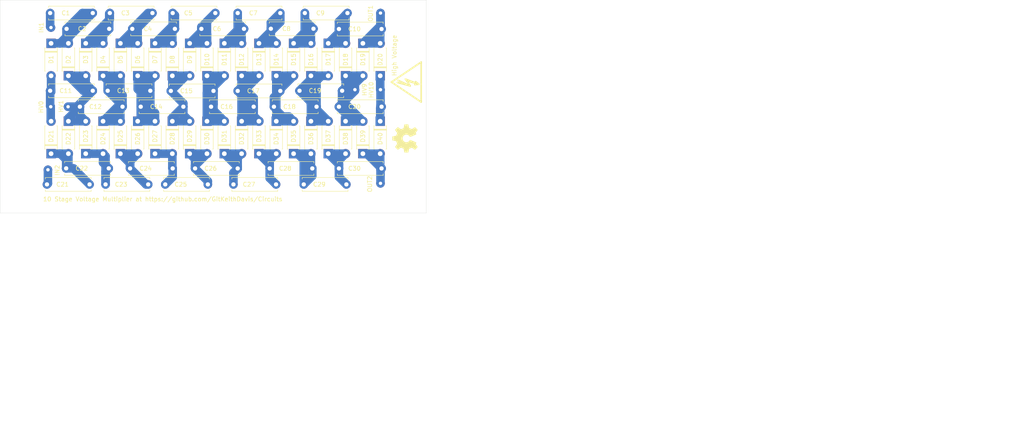
<source format=kicad_pcb>
(kicad_pcb (version 20171130) (host pcbnew 5.1.4-e60b266~84~ubuntu16.04.1)
  (title_block (title "10 stage voltage multiplier. 10p caps. 2 panels.") (date 2019-10-08) (company "Keith Davis") (comment 1 "Open Source Hardware under CERN OHL v1.2") (comment 2 "Danger: High Voltage"))
  (layers (0 F.Cu signal) (31 B.Cu signal) (34 B.Paste user) (35 F.Paste user) (36 B.SilkS user) (37 F.SilkS user) (38 B.Mask user) (39 F.Mask user) (44 Edge.Cuts user))
  (net 0 "")
  (net 1 "Net-(C1-Pad1)")
  (net 2 "Net-(C2-Pad1)")
  (net 3 "Net-(C3-Pad1)")
  (net 4 "Net-(C4-Pad1)")
  (net 5 "Net-(C5-Pad1)")
  (net 6 "Net-(C6-Pad1)")
  (net 7 "Net-(C7-Pad1)")
  (net 8 "Net-(C8-Pad1)")
  (net 9 "Net-(C10-Pad2)")
  (net 10 "Net-(C12-Pad1)")
  (net 11 "Net-(C13-Pad1)")
  (net 12 "Net-(C14-Pad1)")
  (net 13 "Net-(C15-Pad1)")
  (net 14 "Net-(C16-Pad1)")
  (net 15 "Net-(C17-Pad1)")
  (net 16 "Net-(C18-Pad1)")
  (net 17 "Net-(C21-Pad1)")
  (net 18 "Net-(C22-Pad1)")
  (net 19 "Net-(C23-Pad1)")
  (net 20 "Net-(C24-Pad1)")
  (net 21 "Net-(C25-Pad1)")
  (net 22 "Net-(C26-Pad1)")
  (net 23 "Net-(C27-Pad1)")
  (net 24 "Net-(C28-Pad1)")
  (net 25 "Net-(C29-Pad1)")
  (net 26 /multiplier/IN1)
  (net 27 /multiplier/OUT1)
  (net 28 /multiplier/HV0)
  (net 29 /multiplier/HV9)
  (net 30 /multiplier/HV10)
  (net 31 /multiplier/IN2)
  (net 32 /multiplier/OUT2)
  (net 33 /multiplier/HV1)
  (module custom:Symbol_HighVoltage_Type2_FSilk_Small (layer F.Cu) (at 146 69.25 90)
    (fp_text reference "High Voltage" (at 6.25 -3.5 90) (layer F.SilkS))
    (fp_text value Symbol_HighVoltage_Type2_FSilk_Small hide)
  )
  (module Symbol:OSHW-Symbol_6.7x6mm_SilkScreen (layer F.Cu) (at 145 82.5 90)
    (fp_text reference REF** hide)
    (fp_text value OSHW-Symbol_6.7x6mm_SilkScreen hide)
  )
  (module MountingHole:MountingHole_2.2mm_M2_ISO7380 (layer F.Cu) (at 55 75)
    (fp_text reference REF** hide)
    (fp_text value MountingHole_2.2mm_M2_ISO7380 hide)
    (pad 1 np_thru_hole circle (at 0 0) (size 2.2 2.2) (drill 2.2) (layers *.Cu *.Mask))
  )
  (module "" (layer F.Cu) (at 55 76)
    (fp_text reference "" (at 145 75) (layer F.SilkS) (effects (font (size 1.27 1.27))))
    (fp_text value "" (at 145 75) (layer F.SilkS) (effects (font (size 1.27 1.27))))
  )
  (module "" (layer F.Cu) (at 145 75)
    (fp_text reference "" (at 145 75) (layer F.SilkS) (effects (font (size 1.27 1.27))))
    (fp_text value "" (at 145 75) (layer F.SilkS) (effects (font (size 1.27 1.27))))
  )
  (module "" (layer F.Cu) (at 55 74)
    (fp_text reference "" (at 145 75) (layer F.SilkS) (effects (font (size 1.27 1.27))))
    (fp_text value "" (at 145 75) (layer F.SilkS) (effects (font (size 1.27 1.27))))
  )
  (module "" (layer F.Cu) (at 145 75)
    (fp_text reference "" (at 145 75) (layer F.SilkS) (effects (font (size 1.27 1.27))))
    (fp_text value "" (at 145 75) (layer F.SilkS) (effects (font (size 1.27 1.27))))
  )
  (module MountingHole:MountingHole_2.2mm_M2_ISO7380 (layer F.Cu) (at 145 75)
    (fp_text reference REF** hide)
    (fp_text value MountingHole_2.2mm_M2_ISO7380 hide)
    (pad 1 np_thru_hole circle (at 0 0) (size 2.2 2.2) (drill 2.2) (layers *.Cu *.Mask))
  )
  (module MountingHole:MountingHole_3.2mm_M3 (layer F.Cu) (at 55 95)
    (fp_text reference REF** hide)
    (fp_text value MountingHole_3.2mm_M3 hide)
    (pad 1 np_thru_hole circle (at 0 0) (size 3.2 3.2) (drill 3.2) (layers *.Cu *.Mask))
  )
  (module MountingHole:MountingHole_3.2mm_M3 (layer F.Cu) (at 145 95)
    (fp_text reference REF** hide)
    (fp_text value MountingHole_3.2mm_M3 hide)
    (pad 1 np_thru_hole circle (at 0 0) (size 3.2 3.2) (drill 3.2) (layers *.Cu *.Mask))
  )
  (module MountingHole:MountingHole_3.2mm_M3 (layer F.Cu) (at 145 55)
    (fp_text reference REF** hide)
    (fp_text value MountingHole_3.2mm_M3 hide)
    (pad 1 np_thru_hole circle (at 0 0) (size 3.2 3.2) (drill 3.2) (layers *.Cu *.Mask))
  )
  (module MountingHole:MountingHole_3.2mm_M3 (layer F.Cu) (at 55 55)
    (fp_text reference REF** hide)
    (fp_text value MountingHole_3.2mm_M3 hide)
    (pad 1 np_thru_hole circle (at 0 0) (size 3.2 3.2) (drill 3.2) (layers *.Cu *.Mask))
  )
  (module Connector_Wire:SolderWirePad_1x01_Drill0.8mm (layer F.Cu) (at 65.9438 75.0404 90)
    (fp_text reference HV1 (at 0.0762 -1.651 90) (layer F.SilkS))
    (fp_text value Conn_01x01 hide)
    (pad 1 thru_hole circle (at 0 0 90) (size 1.99898 1.99898) (drill 0.8001) (layers *.Cu *.Mask) (net 33 /multiplier/HV1))
  )
  (module Connector_Wire:SolderWirePad_1x01_Drill0.8mm (layer F.Cu) (at 61.2194 89.8486)
    (fp_text reference IN2 (at 2.2098 0.127 270) (layer F.SilkS))
    (fp_text value Conn_01x01 hide)
    (pad 1 thru_hole circle (at 0 0) (size 1.99898 1.99898) (drill 0.8001) (layers *.Cu *.Mask) (net 31 /multiplier/IN2))
  )
  (module Connector_Wire:SolderWirePad_1x01_Drill0.8mm (layer F.Cu) (at 61.9306 56.4476)
    (fp_text reference IN1 (at -2.2606 0 90) (layer F.SilkS))
    (fp_text value Conn_01x01 hide)
    (pad 1 thru_hole circle (at 0 0) (size 1.99898 1.99898) (drill 0.8001) (layers *.Cu *.Mask) (net 26 /multiplier/IN1))
  )
  (module Connector_Wire:SolderWirePad_1x01_Drill0.8mm (layer F.Cu) (at 133.24 71.04)
    (fp_text reference HV9 (at 2.25 0 90) (layer F.SilkS))
    (fp_text value Conn_01x01 hide)
    (pad 1 thru_hole circle (at 0 0) (size 1.99898 1.99898) (drill 0.8001) (layers *.Cu *.Mask) (net 29 /multiplier/HV9))
  )
  (module Connector_Wire:SolderWirePad_1x01_Drill0.8mm (layer F.Cu) (at 139.24 53.04)
    (fp_text reference OUT1 (at -2.3286 0.0802 90) (layer F.SilkS))
    (fp_text value Conn_01x01 hide)
    (pad 1 thru_hole circle (at 0 0) (size 1.99898 1.99898) (drill 0.8001) (layers *.Cu *.Mask) (net 27 /multiplier/OUT1))
  )
  (module Connector_Wire:SolderWirePad_1x01_Drill0.8mm (layer F.Cu) (at 61.8798 75.0404 180)
    (fp_text reference HV0 (at 2.2774 -0.0798 90) (layer F.SilkS))
    (fp_text value Conn_01x01 hide)
    (pad 1 thru_hole circle (at 0 0 180) (size 1.99898 1.99898) (drill 0.8001) (layers *.Cu *.Mask) (net 28 /multiplier/HV0))
  )
  (module Connector_Wire:SolderWirePad_1x01_Drill0.8mm (layer F.Cu) (at 139.24 93.04)
    (fp_text reference OUT2 (at -2.5064 0.1614 90) (layer F.SilkS))
    (fp_text value Conn_01x01 hide)
    (pad 1 thru_hole circle (at 0 0) (size 1.99898 1.99898) (drill 0.8001) (layers *.Cu *.Mask) (net 32 /multiplier/OUT2))
  )
  (module Connector_Wire:SolderWirePad_1x01_Drill0.8mm (layer F.Cu) (at 139.24 71.04)
    (fp_text reference HV10 (at -2.1762 0.0634 90) (layer F.SilkS))
    (fp_text value Conn_01x01 hide)
    (pad 1 thru_hole circle (at 0 0) (size 1.99898 1.99898) (drill 0.8001) (layers *.Cu *.Mask) (net 30 /multiplier/HV10))
  )
  (module custom:C_Disc_D10.5mm_W2.5mm_P10.00mm (layer F.Cu) (at 139.49 89.54 180)
    (fp_text reference C30 (at 6.35 0) (layer F.SilkS))
    (fp_text value 10n hide)
    (pad 2 thru_hole circle (at 10 0 180) (size 2 2) (drill 1) (layers *.Cu *.Mask) (net 25 "Net-(C29-Pad1)"))
    (pad 1 thru_hole circle (at 0 0 180) (size 2 2) (drill 1) (layers *.Cu *.Mask) (net 32 /multiplier/OUT2))
  )
  (module custom:C_Disc_D10.5mm_W2.5mm_P10.00mm (layer F.Cu) (at 131.24 93.29 180)
    (fp_text reference C29 (at 6.35 0) (layer F.SilkS))
    (fp_text value 10n hide)
    (pad 2 thru_hole circle (at 10 0 180) (size 2 2) (drill 1) (layers *.Cu *.Mask) (net 24 "Net-(C28-Pad1)"))
    (pad 1 thru_hole circle (at 0 0 180) (size 2 2) (drill 1) (layers *.Cu *.Mask) (net 25 "Net-(C29-Pad1)"))
  )
  (module custom:C_Disc_D10.5mm_W2.5mm_P10.00mm (layer F.Cu) (at 123.24 89.54 180)
    (fp_text reference C28 (at 6.35 0) (layer F.SilkS))
    (fp_text value 10n hide)
    (pad 2 thru_hole circle (at 10 0 180) (size 2 2) (drill 1) (layers *.Cu *.Mask) (net 23 "Net-(C27-Pad1)"))
    (pad 1 thru_hole circle (at 0 0 180) (size 2 2) (drill 1) (layers *.Cu *.Mask) (net 24 "Net-(C28-Pad1)"))
  )
  (module custom:C_Disc_D10.5mm_W2.5mm_P10.00mm (layer F.Cu) (at 114.74 93.29 180)
    (fp_text reference C27 (at 6.35 0) (layer F.SilkS))
    (fp_text value 10n hide)
    (pad 2 thru_hole circle (at 10 0 180) (size 2 2) (drill 1) (layers *.Cu *.Mask) (net 22 "Net-(C26-Pad1)"))
    (pad 1 thru_hole circle (at 0 0 180) (size 2 2) (drill 1) (layers *.Cu *.Mask) (net 23 "Net-(C27-Pad1)"))
  )
  (module custom:C_Disc_D10.5mm_W2.5mm_P10.00mm (layer F.Cu) (at 105.74 89.54 180)
    (fp_text reference C26 (at 6.35 0) (layer F.SilkS))
    (fp_text value 10n hide)
    (pad 2 thru_hole circle (at 10 0 180) (size 2 2) (drill 1) (layers *.Cu *.Mask) (net 21 "Net-(C25-Pad1)"))
    (pad 1 thru_hole circle (at 0 0 180) (size 2 2) (drill 1) (layers *.Cu *.Mask) (net 22 "Net-(C26-Pad1)"))
  )
  (module custom:C_Disc_D10.5mm_W2.5mm_P10.00mm (layer F.Cu) (at 98.74 93.29 180)
    (fp_text reference C25 (at 6.35 0) (layer F.SilkS))
    (fp_text value 10n hide)
    (pad 2 thru_hole circle (at 10 0 180) (size 2 2) (drill 1) (layers *.Cu *.Mask) (net 20 "Net-(C24-Pad1)"))
    (pad 1 thru_hole circle (at 0 0 180) (size 2 2) (drill 1) (layers *.Cu *.Mask) (net 21 "Net-(C25-Pad1)"))
  )
  (module custom:C_Disc_D10.5mm_W2.5mm_P10.00mm (layer F.Cu) (at 90.49 89.54 180)
    (fp_text reference C24 (at 6.35 0) (layer F.SilkS))
    (fp_text value 10n hide)
    (pad 2 thru_hole circle (at 10 0 180) (size 2 2) (drill 1) (layers *.Cu *.Mask) (net 19 "Net-(C23-Pad1)"))
    (pad 1 thru_hole circle (at 0 0 180) (size 2 2) (drill 1) (layers *.Cu *.Mask) (net 20 "Net-(C24-Pad1)"))
  )
  (module custom:C_Disc_D10.5mm_W2.5mm_P10.00mm (layer F.Cu) (at 84.74 93.29 180)
    (fp_text reference C23 (at 6.35 0) (layer F.SilkS))
    (fp_text value 10n hide)
    (pad 2 thru_hole circle (at 10 0 180) (size 2 2) (drill 1) (layers *.Cu *.Mask) (net 18 "Net-(C22-Pad1)"))
    (pad 1 thru_hole circle (at 0 0 180) (size 2 2) (drill 1) (layers *.Cu *.Mask) (net 19 "Net-(C23-Pad1)"))
  )
  (module custom:C_Disc_D10.5mm_W2.5mm_P10.00mm (layer F.Cu) (at 75.4942 89.5184 180)
    (fp_text reference C22 (at 6.35 0) (layer F.SilkS))
    (fp_text value 10n hide)
    (pad 2 thru_hole circle (at 10 0 180) (size 2 2) (drill 1) (layers *.Cu *.Mask) (net 17 "Net-(C21-Pad1)"))
    (pad 1 thru_hole circle (at 0 0 180) (size 2 2) (drill 1) (layers *.Cu *.Mask) (net 18 "Net-(C22-Pad1)"))
  )
  (module custom:C_Disc_D10.5mm_W2.5mm_P10.00mm (layer F.Cu) (at 70.99 93.29 180)
    (fp_text reference C21 (at 6.35 0) (layer F.SilkS))
    (fp_text value 10n hide)
    (pad 2 thru_hole circle (at 10 0 180) (size 2 2) (drill 1) (layers *.Cu *.Mask) (net 31 /multiplier/IN2))
    (pad 1 thru_hole circle (at 0 0 180) (size 2 2) (drill 1) (layers *.Cu *.Mask) (net 17 "Net-(C21-Pad1)"))
  )
  (module custom:C_Disc_D10.5mm_W2.5mm_P10.00mm (layer F.Cu) (at 139.49 75.04 180)
    (fp_text reference C20 (at 6.35 0) (layer F.SilkS))
    (fp_text value 10n hide)
    (pad 2 thru_hole circle (at 10 0 180) (size 2 2) (drill 1) (layers *.Cu *.Mask) (net 29 /multiplier/HV9))
    (pad 1 thru_hole circle (at 0 0 180) (size 2 2) (drill 1) (layers *.Cu *.Mask) (net 30 /multiplier/HV10))
  )
  (module custom:C_Disc_D10.5mm_W2.5mm_P10.00mm (layer F.Cu) (at 130.24 71.29 180)
    (fp_text reference C19 (at 6.35 0) (layer F.SilkS))
    (fp_text value 10n hide)
    (pad 2 thru_hole circle (at 10 0 180) (size 2 2) (drill 1) (layers *.Cu *.Mask) (net 16 "Net-(C18-Pad1)"))
    (pad 1 thru_hole circle (at 0 0 180) (size 2 2) (drill 1) (layers *.Cu *.Mask) (net 29 /multiplier/HV9))
  )
  (module custom:C_Disc_D10.5mm_W2.5mm_P10.00mm (layer F.Cu) (at 124.24 75.04 180)
    (fp_text reference C18 (at 6.35 0) (layer F.SilkS))
    (fp_text value 10n hide)
    (pad 2 thru_hole circle (at 10 0 180) (size 2 2) (drill 1) (layers *.Cu *.Mask) (net 15 "Net-(C17-Pad1)"))
    (pad 1 thru_hole circle (at 0 0 180) (size 2 2) (drill 1) (layers *.Cu *.Mask) (net 16 "Net-(C18-Pad1)"))
  )
  (module custom:C_Disc_D10.5mm_W2.5mm_P10.00mm (layer F.Cu) (at 115.74 71.332 180)
    (fp_text reference C17 (at 6.35 0) (layer F.SilkS))
    (fp_text value 10n hide)
    (pad 2 thru_hole circle (at 10 0 180) (size 2 2) (drill 1) (layers *.Cu *.Mask) (net 14 "Net-(C16-Pad1)"))
    (pad 1 thru_hole circle (at 0 0 180) (size 2 2) (drill 1) (layers *.Cu *.Mask) (net 15 "Net-(C17-Pad1)"))
  )
  (module custom:C_Disc_D10.5mm_W2.5mm_P10.00mm (layer F.Cu) (at 109.49 75.04 180)
    (fp_text reference C16 (at 6.35 0) (layer F.SilkS))
    (fp_text value 10n hide)
    (pad 2 thru_hole circle (at 10 0 180) (size 2 2) (drill 1) (layers *.Cu *.Mask) (net 13 "Net-(C15-Pad1)"))
    (pad 1 thru_hole circle (at 0 0 180) (size 2 2) (drill 1) (layers *.Cu *.Mask) (net 14 "Net-(C16-Pad1)"))
  )
  (module custom:C_Disc_D10.5mm_W2.5mm_P10.00mm (layer F.Cu) (at 100.056 71.332 180)
    (fp_text reference C15 (at 6.35 0) (layer F.SilkS))
    (fp_text value 10n hide)
    (pad 2 thru_hole circle (at 10 0 180) (size 2 2) (drill 1) (layers *.Cu *.Mask) (net 12 "Net-(C14-Pad1)"))
    (pad 1 thru_hole circle (at 0 0 180) (size 2 2) (drill 1) (layers *.Cu *.Mask) (net 13 "Net-(C15-Pad1)"))
  )
  (module custom:C_Disc_D10.5mm_W2.5mm_P10.00mm (layer F.Cu) (at 92.99 75.04 180)
    (fp_text reference C14 (at 6.35 0) (layer F.SilkS))
    (fp_text value 10n hide)
    (pad 2 thru_hole circle (at 10 0 180) (size 2 2) (drill 1) (layers *.Cu *.Mask) (net 11 "Net-(C13-Pad1)"))
    (pad 1 thru_hole circle (at 0 0 180) (size 2 2) (drill 1) (layers *.Cu *.Mask) (net 12 "Net-(C14-Pad1)"))
  )
  (module custom:C_Disc_D10.5mm_W2.5mm_P10.00mm (layer F.Cu) (at 85.24 71.29 180)
    (fp_text reference C13 (at 6.35 0) (layer F.SilkS))
    (fp_text value 10n hide)
    (pad 2 thru_hole circle (at 10 0 180) (size 2 2) (drill 1) (layers *.Cu *.Mask) (net 10 "Net-(C12-Pad1)"))
    (pad 1 thru_hole circle (at 0 0 180) (size 2 2) (drill 1) (layers *.Cu *.Mask) (net 11 "Net-(C13-Pad1)"))
  )
  (module custom:C_Disc_D10.5mm_W2.5mm_P10.00mm (layer F.Cu) (at 78.72 75.0404 180)
    (fp_text reference C12 (at 6.35 0) (layer F.SilkS))
    (fp_text value 10n hide)
    (pad 2 thru_hole circle (at 10 0 180) (size 2 2) (drill 1) (layers *.Cu *.Mask) (net 33 /multiplier/HV1))
    (pad 1 thru_hole circle (at 0 0 180) (size 2 2) (drill 1) (layers *.Cu *.Mask) (net 10 "Net-(C12-Pad1)"))
  )
  (module custom:C_Disc_D10.5mm_W2.5mm_P10.00mm (layer F.Cu) (at 71.74 71.29 180)
    (fp_text reference C11 (at 6.35 0) (layer F.SilkS))
    (fp_text value 10n hide)
    (pad 2 thru_hole circle (at 10 0 180) (size 2 2) (drill 1) (layers *.Cu *.Mask) (net 28 /multiplier/HV0))
    (pad 1 thru_hole circle (at 0 0 180) (size 2 2) (drill 1) (layers *.Cu *.Mask) (net 33 /multiplier/HV1))
  )
  (module custom:C_Disc_D10.5mm_W2.5mm_P10.00mm (layer F.Cu) (at 139.49 56.79 180)
    (fp_text reference C10 (at 6.35 0) (layer F.SilkS))
    (fp_text value 10n hide)
    (pad 2 thru_hole circle (at 10 0 180) (size 2 2) (drill 1) (layers *.Cu *.Mask) (net 9 "Net-(C10-Pad2)"))
    (pad 1 thru_hole circle (at 0 0 180) (size 2 2) (drill 1) (layers *.Cu *.Mask) (net 27 /multiplier/OUT1))
  )
  (module custom:C_Disc_D10.5mm_W2.5mm_P10.00mm (layer F.Cu) (at 131.49 53.04 180)
    (fp_text reference C9 (at 6.35 0) (layer F.SilkS))
    (fp_text value 10n hide)
    (pad 2 thru_hole circle (at 10 0 180) (size 2 2) (drill 1) (layers *.Cu *.Mask) (net 8 "Net-(C8-Pad1)"))
    (pad 1 thru_hole circle (at 0 0 180) (size 2 2) (drill 1) (layers *.Cu *.Mask) (net 9 "Net-(C10-Pad2)"))
  )
  (module custom:C_Disc_D10.5mm_W2.5mm_P10.00mm (layer F.Cu) (at 123.518 56.727 180)
    (fp_text reference C8 (at 6.35 0) (layer F.SilkS))
    (fp_text value 10n hide)
    (pad 2 thru_hole circle (at 10 0 180) (size 2 2) (drill 1) (layers *.Cu *.Mask) (net 7 "Net-(C7-Pad1)"))
    (pad 1 thru_hole circle (at 0 0 180) (size 2 2) (drill 1) (layers *.Cu *.Mask) (net 8 "Net-(C8-Pad1)"))
  )
  (module custom:C_Disc_D10.5mm_W2.5mm_P10.00mm (layer F.Cu) (at 115.74 53.04 180)
    (fp_text reference C7 (at 6.35 0) (layer F.SilkS))
    (fp_text value 10n hide)
    (pad 2 thru_hole circle (at 10 0 180) (size 2 2) (drill 1) (layers *.Cu *.Mask) (net 6 "Net-(C6-Pad1)"))
    (pad 1 thru_hole circle (at 0 0 180) (size 2 2) (drill 1) (layers *.Cu *.Mask) (net 7 "Net-(C7-Pad1)"))
  )
  (module custom:C_Disc_D10.5mm_W2.5mm_P10.00mm (layer F.Cu) (at 107.2188 56.7524 180)
    (fp_text reference C6 (at 6.35 0) (layer F.SilkS))
    (fp_text value 10n hide)
    (pad 2 thru_hole circle (at 10 0 180) (size 2 2) (drill 1) (layers *.Cu *.Mask) (net 5 "Net-(C5-Pad1)"))
    (pad 1 thru_hole circle (at 0 0 180) (size 2 2) (drill 1) (layers *.Cu *.Mask) (net 6 "Net-(C6-Pad1)"))
  )
  (module custom:C_Disc_D10.5mm_W2.5mm_P10.00mm (layer F.Cu) (at 100.49 53.04 180)
    (fp_text reference C5 (at 6.35 0) (layer F.SilkS))
    (fp_text value 10n hide)
    (pad 2 thru_hole circle (at 10 0 180) (size 2 2) (drill 1) (layers *.Cu *.Mask) (net 4 "Net-(C4-Pad1)"))
    (pad 1 thru_hole circle (at 0 0 180) (size 2 2) (drill 1) (layers *.Cu *.Mask) (net 5 "Net-(C5-Pad1)"))
  )
  (module custom:C_Disc_D10.5mm_W2.5mm_P10.00mm (layer F.Cu) (at 91.006 56.7524 180)
    (fp_text reference C4 (at 6.35 0) (layer F.SilkS))
    (fp_text value 10n hide)
    (pad 2 thru_hole circle (at 10 0 180) (size 2 2) (drill 1) (layers *.Cu *.Mask) (net 3 "Net-(C3-Pad1)"))
    (pad 1 thru_hole circle (at 0 0 180) (size 2 2) (drill 1) (layers *.Cu *.Mask) (net 4 "Net-(C4-Pad1)"))
  )
  (module custom:C_Disc_D10.5mm_W2.5mm_P10.00mm (layer F.Cu) (at 85.74 53.04 180)
    (fp_text reference C3 (at 6.35 0) (layer F.SilkS))
    (fp_text value 10n hide)
    (pad 2 thru_hole circle (at 10 0 180) (size 2 2) (drill 1) (layers *.Cu *.Mask) (net 2 "Net-(C2-Pad1)"))
    (pad 1 thru_hole circle (at 0 0 180) (size 2 2) (drill 1) (layers *.Cu *.Mask) (net 3 "Net-(C3-Pad1)"))
  )
  (module custom:C_Disc_D10.5mm_W2.5mm_P10.00mm (layer F.Cu) (at 75.5958 56.7524 180)
    (fp_text reference C2 (at 6.35 0) (layer F.SilkS))
    (fp_text value 10n hide)
    (pad 2 thru_hole circle (at 10 0 180) (size 2 2) (drill 1) (layers *.Cu *.Mask) (net 1 "Net-(C1-Pad1)"))
    (pad 1 thru_hole circle (at 0 0 180) (size 2 2) (drill 1) (layers *.Cu *.Mask) (net 2 "Net-(C2-Pad1)"))
  )
  (module custom:C_Disc_D10.5mm_W2.5mm_P10.00mm (layer F.Cu) (at 71.74 53.04 180)
    (fp_text reference C1 (at 6.35 0) (layer F.SilkS))
    (fp_text value 10n hide)
    (pad 2 thru_hole circle (at 10 0 180) (size 2 2) (drill 1) (layers *.Cu *.Mask) (net 26 /multiplier/IN1))
    (pad 1 thru_hole circle (at 0 0 180) (size 2 2) (drill 1) (layers *.Cu *.Mask) (net 1 "Net-(C1-Pad1)"))
  )
  (module custom:D_DO-41_SOD81_P7.62mm_Horizontal_ref_moved (layer F.Cu) (at 139.172 78.452 270)
    (fp_text reference D40 (at 4.1 0 90) (layer F.SilkS))
    (fp_text value R3000 hide)
    (pad 2 thru_hole oval (at 7.62 0 270) (size 2.2 2.2) (drill 1.1) (layers *.Cu *.Mask) (net 32 /multiplier/OUT2))
    (pad 1 thru_hole rect (at 0 0 270) (size 2.2 2.2) (drill 1.1) (layers *.Cu *.Mask) (net 30 /multiplier/HV10))
  )
  (module custom:D_DO-41_SOD81_P7.62mm_Horizontal_ref_moved (layer F.Cu) (at 135.108 86.072 90)
    (fp_text reference D39 (at 4.1 0 90) (layer F.SilkS))
    (fp_text value R3000 hide)
    (pad 2 thru_hole oval (at 7.62 0 90) (size 2.2 2.2) (drill 1.1) (layers *.Cu *.Mask) (net 29 /multiplier/HV9))
    (pad 1 thru_hole rect (at 0 0 90) (size 2.2 2.2) (drill 1.1) (layers *.Cu *.Mask) (net 32 /multiplier/OUT2))
  )
  (module custom:D_DO-41_SOD81_P7.62mm_Horizontal_ref_moved (layer F.Cu) (at 131.044 78.452 270)
    (fp_text reference D38 (at 4.1 0 90) (layer F.SilkS))
    (fp_text value R3000 hide)
    (pad 2 thru_hole oval (at 7.62 0 270) (size 2.2 2.2) (drill 1.1) (layers *.Cu *.Mask) (net 25 "Net-(C29-Pad1)"))
    (pad 1 thru_hole rect (at 0 0 270) (size 2.2 2.2) (drill 1.1) (layers *.Cu *.Mask) (net 29 /multiplier/HV9))
  )
  (module custom:D_DO-41_SOD81_P7.62mm_Horizontal_ref_moved (layer F.Cu) (at 126.98 86.072 90)
    (fp_text reference D37 (at 4.1 0 90) (layer F.SilkS))
    (fp_text value R3000 hide)
    (pad 2 thru_hole oval (at 7.62 0 90) (size 2.2 2.2) (drill 1.1) (layers *.Cu *.Mask) (net 16 "Net-(C18-Pad1)"))
    (pad 1 thru_hole rect (at 0 0 90) (size 2.2 2.2) (drill 1.1) (layers *.Cu *.Mask) (net 25 "Net-(C29-Pad1)"))
  )
  (module custom:D_DO-41_SOD81_P7.62mm_Horizontal_ref_moved (layer F.Cu) (at 122.916 78.452 270)
    (fp_text reference D36 (at 4.1 0 90) (layer F.SilkS))
    (fp_text value R3000 hide)
    (pad 2 thru_hole oval (at 7.62 0 270) (size 2.2 2.2) (drill 1.1) (layers *.Cu *.Mask) (net 24 "Net-(C28-Pad1)"))
    (pad 1 thru_hole rect (at 0 0 270) (size 2.2 2.2) (drill 1.1) (layers *.Cu *.Mask) (net 16 "Net-(C18-Pad1)"))
  )
  (module custom:D_DO-41_SOD81_P7.62mm_Horizontal_ref_moved (layer F.Cu) (at 118.852 86.072 90)
    (fp_text reference D35 (at 4.1 0 90) (layer F.SilkS))
    (fp_text value R3000 hide)
    (pad 2 thru_hole oval (at 7.62 0 90) (size 2.2 2.2) (drill 1.1) (layers *.Cu *.Mask) (net 15 "Net-(C17-Pad1)"))
    (pad 1 thru_hole rect (at 0 0 90) (size 2.2 2.2) (drill 1.1) (layers *.Cu *.Mask) (net 24 "Net-(C28-Pad1)"))
  )
  (module custom:D_DO-41_SOD81_P7.62mm_Horizontal_ref_moved (layer F.Cu) (at 114.788 78.452 270)
    (fp_text reference D34 (at 4.1 0 90) (layer F.SilkS))
    (fp_text value R3000 hide)
    (pad 2 thru_hole oval (at 7.62 0 270) (size 2.2 2.2) (drill 1.1) (layers *.Cu *.Mask) (net 23 "Net-(C27-Pad1)"))
    (pad 1 thru_hole rect (at 0 0 270) (size 2.2 2.2) (drill 1.1) (layers *.Cu *.Mask) (net 15 "Net-(C17-Pad1)"))
  )
  (module custom:D_DO-41_SOD81_P7.62mm_Horizontal_ref_moved (layer F.Cu) (at 110.724 86.072 90)
    (fp_text reference D33 (at 4.1 0 90) (layer F.SilkS))
    (fp_text value R3000 hide)
    (pad 2 thru_hole oval (at 7.62 0 90) (size 2.2 2.2) (drill 1.1) (layers *.Cu *.Mask) (net 14 "Net-(C16-Pad1)"))
    (pad 1 thru_hole rect (at 0 0 90) (size 2.2 2.2) (drill 1.1) (layers *.Cu *.Mask) (net 23 "Net-(C27-Pad1)"))
  )
  (module custom:D_DO-41_SOD81_P7.62mm_Horizontal_ref_moved (layer F.Cu) (at 106.66 78.452 270)
    (fp_text reference D32 (at 4.1 0 90) (layer F.SilkS))
    (fp_text value R3000 hide)
    (pad 2 thru_hole oval (at 7.62 0 270) (size 2.2 2.2) (drill 1.1) (layers *.Cu *.Mask) (net 22 "Net-(C26-Pad1)"))
    (pad 1 thru_hole rect (at 0 0 270) (size 2.2 2.2) (drill 1.1) (layers *.Cu *.Mask) (net 14 "Net-(C16-Pad1)"))
  )
  (module custom:D_DO-41_SOD81_P7.62mm_Horizontal_ref_moved (layer F.Cu) (at 102.596 86.072 90)
    (fp_text reference D31 (at 4.1 0 90) (layer F.SilkS))
    (fp_text value R3000 hide)
    (pad 2 thru_hole oval (at 7.62 0 90) (size 2.2 2.2) (drill 1.1) (layers *.Cu *.Mask) (net 13 "Net-(C15-Pad1)"))
    (pad 1 thru_hole rect (at 0 0 90) (size 2.2 2.2) (drill 1.1) (layers *.Cu *.Mask) (net 22 "Net-(C26-Pad1)"))
  )
  (module custom:D_DO-41_SOD81_P7.62mm_Horizontal_ref_moved (layer F.Cu) (at 98.532 78.452 270)
    (fp_text reference D30 (at 4.1 0 90) (layer F.SilkS))
    (fp_text value R3000 hide)
    (pad 2 thru_hole oval (at 7.62 0 270) (size 2.2 2.2) (drill 1.1) (layers *.Cu *.Mask) (net 21 "Net-(C25-Pad1)"))
    (pad 1 thru_hole rect (at 0 0 270) (size 2.2 2.2) (drill 1.1) (layers *.Cu *.Mask) (net 13 "Net-(C15-Pad1)"))
  )
  (module custom:D_DO-41_SOD81_P7.62mm_Horizontal_ref_moved (layer F.Cu) (at 94.468 86.072 90)
    (fp_text reference D29 (at 4.1 0 90) (layer F.SilkS))
    (fp_text value R3000 hide)
    (pad 2 thru_hole oval (at 7.62 0 90) (size 2.2 2.2) (drill 1.1) (layers *.Cu *.Mask) (net 12 "Net-(C14-Pad1)"))
    (pad 1 thru_hole rect (at 0 0 90) (size 2.2 2.2) (drill 1.1) (layers *.Cu *.Mask) (net 21 "Net-(C25-Pad1)"))
  )
  (module custom:D_DO-41_SOD81_P7.62mm_Horizontal_ref_moved (layer F.Cu) (at 90.404 78.452 270)
    (fp_text reference D28 (at 4.1 0 90) (layer F.SilkS))
    (fp_text value R3000 hide)
    (pad 2 thru_hole oval (at 7.62 0 270) (size 2.2 2.2) (drill 1.1) (layers *.Cu *.Mask) (net 20 "Net-(C24-Pad1)"))
    (pad 1 thru_hole rect (at 0 0 270) (size 2.2 2.2) (drill 1.1) (layers *.Cu *.Mask) (net 12 "Net-(C14-Pad1)"))
  )
  (module custom:D_DO-41_SOD81_P7.62mm_Horizontal_ref_moved (layer F.Cu) (at 86.34 86.072 90)
    (fp_text reference D27 (at 4.1 0 90) (layer F.SilkS))
    (fp_text value R3000 hide)
    (pad 2 thru_hole oval (at 7.62 0 90) (size 2.2 2.2) (drill 1.1) (layers *.Cu *.Mask) (net 11 "Net-(C13-Pad1)"))
    (pad 1 thru_hole rect (at 0 0 90) (size 2.2 2.2) (drill 1.1) (layers *.Cu *.Mask) (net 20 "Net-(C24-Pad1)"))
  )
  (module custom:D_DO-41_SOD81_P7.62mm_Horizontal_ref_moved (layer F.Cu) (at 82.276 78.452 270)
    (fp_text reference D26 (at 4.1 0 90) (layer F.SilkS))
    (fp_text value R3000 hide)
    (pad 2 thru_hole oval (at 7.62 0 270) (size 2.2 2.2) (drill 1.1) (layers *.Cu *.Mask) (net 19 "Net-(C23-Pad1)"))
    (pad 1 thru_hole rect (at 0 0 270) (size 2.2 2.2) (drill 1.1) (layers *.Cu *.Mask) (net 11 "Net-(C13-Pad1)"))
  )
  (module custom:D_DO-41_SOD81_P7.62mm_Horizontal_ref_moved (layer F.Cu) (at 78.212 86.072 90)
    (fp_text reference D25 (at 4.1 0 90) (layer F.SilkS))
    (fp_text value R3000 hide)
    (pad 2 thru_hole oval (at 7.62 0 90) (size 2.2 2.2) (drill 1.1) (layers *.Cu *.Mask) (net 10 "Net-(C12-Pad1)"))
    (pad 1 thru_hole rect (at 0 0 90) (size 2.2 2.2) (drill 1.1) (layers *.Cu *.Mask) (net 19 "Net-(C23-Pad1)"))
  )
  (module custom:D_DO-41_SOD81_P7.62mm_Horizontal_ref_moved (layer F.Cu) (at 74.148 78.452 270)
    (fp_text reference D24 (at 4.1 0 90) (layer F.SilkS))
    (fp_text value R3000 hide)
    (pad 2 thru_hole oval (at 7.62 0 270) (size 2.2 2.2) (drill 1.1) (layers *.Cu *.Mask) (net 18 "Net-(C22-Pad1)"))
    (pad 1 thru_hole rect (at 0 0 270) (size 2.2 2.2) (drill 1.1) (layers *.Cu *.Mask) (net 10 "Net-(C12-Pad1)"))
  )
  (module custom:D_DO-41_SOD81_P7.62mm_Horizontal_ref_moved (layer F.Cu) (at 70.084 86.072 90)
    (fp_text reference D23 (at 4.1 0 90) (layer F.SilkS))
    (fp_text value R3000 hide)
    (pad 2 thru_hole oval (at 7.62 0 90) (size 2.2 2.2) (drill 1.1) (layers *.Cu *.Mask) (net 33 /multiplier/HV1))
    (pad 1 thru_hole rect (at 0 0 90) (size 2.2 2.2) (drill 1.1) (layers *.Cu *.Mask) (net 18 "Net-(C22-Pad1)"))
  )
  (module custom:D_DO-41_SOD81_P7.62mm_Horizontal_ref_moved (layer F.Cu) (at 66.02 78.452 270)
    (fp_text reference D22 (at 4.1 0 90) (layer F.SilkS))
    (fp_text value R3000 hide)
    (pad 2 thru_hole oval (at 7.62 0 270) (size 2.2 2.2) (drill 1.1) (layers *.Cu *.Mask) (net 17 "Net-(C21-Pad1)"))
    (pad 1 thru_hole rect (at 0 0 270) (size 2.2 2.2) (drill 1.1) (layers *.Cu *.Mask) (net 33 /multiplier/HV1))
  )
  (module custom:D_DO-41_SOD81_P7.62mm_Horizontal_ref_moved (layer F.Cu) (at 61.956 86.072 90)
    (fp_text reference D21 (at 4.1 0 90) (layer F.SilkS))
    (fp_text value R3000 hide)
    (pad 2 thru_hole oval (at 7.62 0 90) (size 2.2 2.2) (drill 1.1) (layers *.Cu *.Mask) (net 28 /multiplier/HV0))
    (pad 1 thru_hole rect (at 0 0 90) (size 2.2 2.2) (drill 1.1) (layers *.Cu *.Mask) (net 17 "Net-(C21-Pad1)"))
  )
  (module custom:D_DO-41_SOD81_P7.62mm_Horizontal_ref_moved (layer F.Cu) (at 139.172 67.776 90)
    (fp_text reference D20 (at 3.81 0 90) (layer F.SilkS))
    (fp_text value R3000 hide)
    (pad 2 thru_hole oval (at 7.62 0 90) (size 2.2 2.2) (drill 1.1) (layers *.Cu *.Mask) (net 27 /multiplier/OUT1))
    (pad 1 thru_hole rect (at 0 0 90) (size 2.2 2.2) (drill 1.1) (layers *.Cu *.Mask) (net 30 /multiplier/HV10))
  )
  (module custom:D_DO-41_SOD81_P7.62mm_Horizontal_ref_moved (layer F.Cu) (at 135.108 60.156 270)
    (fp_text reference D19 (at 3.81 0 90) (layer F.SilkS))
    (fp_text value R3000 hide)
    (pad 2 thru_hole oval (at 7.62 0 270) (size 2.2 2.2) (drill 1.1) (layers *.Cu *.Mask) (net 29 /multiplier/HV9))
    (pad 1 thru_hole rect (at 0 0 270) (size 2.2 2.2) (drill 1.1) (layers *.Cu *.Mask) (net 27 /multiplier/OUT1))
  )
  (module custom:D_DO-41_SOD81_P7.62mm_Horizontal_ref_moved (layer F.Cu) (at 131.044 67.776 90)
    (fp_text reference D18 (at 3.81 0 90) (layer F.SilkS))
    (fp_text value R3000 hide)
    (pad 2 thru_hole oval (at 7.62 0 90) (size 2.2 2.2) (drill 1.1) (layers *.Cu *.Mask) (net 9 "Net-(C10-Pad2)"))
    (pad 1 thru_hole rect (at 0 0 90) (size 2.2 2.2) (drill 1.1) (layers *.Cu *.Mask) (net 29 /multiplier/HV9))
  )
  (module custom:D_DO-41_SOD81_P7.62mm_Horizontal_ref_moved (layer F.Cu) (at 126.98 60.156 270)
    (fp_text reference D17 (at 3.81 0 90) (layer F.SilkS))
    (fp_text value R3000 hide)
    (pad 2 thru_hole oval (at 7.62 0 270) (size 2.2 2.2) (drill 1.1) (layers *.Cu *.Mask) (net 16 "Net-(C18-Pad1)"))
    (pad 1 thru_hole rect (at 0 0 270) (size 2.2 2.2) (drill 1.1) (layers *.Cu *.Mask) (net 9 "Net-(C10-Pad2)"))
  )
  (module custom:D_DO-41_SOD81_P7.62mm_Horizontal_ref_moved (layer F.Cu) (at 122.916 67.776 90)
    (fp_text reference D16 (at 3.81 0 90) (layer F.SilkS))
    (fp_text value R3000 hide)
    (pad 2 thru_hole oval (at 7.62 0 90) (size 2.2 2.2) (drill 1.1) (layers *.Cu *.Mask) (net 8 "Net-(C8-Pad1)"))
    (pad 1 thru_hole rect (at 0 0 90) (size 2.2 2.2) (drill 1.1) (layers *.Cu *.Mask) (net 16 "Net-(C18-Pad1)"))
  )
  (module custom:D_DO-41_SOD81_P7.62mm_Horizontal_ref_moved (layer F.Cu) (at 118.852 60.156 270)
    (fp_text reference D15 (at 3.81 0 90) (layer F.SilkS))
    (fp_text value R3000 hide)
    (pad 2 thru_hole oval (at 7.62 0 270) (size 2.2 2.2) (drill 1.1) (layers *.Cu *.Mask) (net 15 "Net-(C17-Pad1)"))
    (pad 1 thru_hole rect (at 0 0 270) (size 2.2 2.2) (drill 1.1) (layers *.Cu *.Mask) (net 8 "Net-(C8-Pad1)"))
  )
  (module custom:D_DO-41_SOD81_P7.62mm_Horizontal_ref_moved (layer F.Cu) (at 114.788 67.776 90)
    (fp_text reference D14 (at 3.81 0 90) (layer F.SilkS))
    (fp_text value R3000 hide)
    (pad 2 thru_hole oval (at 7.62 0 90) (size 2.2 2.2) (drill 1.1) (layers *.Cu *.Mask) (net 7 "Net-(C7-Pad1)"))
    (pad 1 thru_hole rect (at 0 0 90) (size 2.2 2.2) (drill 1.1) (layers *.Cu *.Mask) (net 15 "Net-(C17-Pad1)"))
  )
  (module custom:D_DO-41_SOD81_P7.62mm_Horizontal_ref_moved (layer F.Cu) (at 110.724 60.156 270)
    (fp_text reference D13 (at 3.81 0 90) (layer F.SilkS))
    (fp_text value R3000 hide)
    (pad 2 thru_hole oval (at 7.62 0 270) (size 2.2 2.2) (drill 1.1) (layers *.Cu *.Mask) (net 14 "Net-(C16-Pad1)"))
    (pad 1 thru_hole rect (at 0 0 270) (size 2.2 2.2) (drill 1.1) (layers *.Cu *.Mask) (net 7 "Net-(C7-Pad1)"))
  )
  (module custom:D_DO-41_SOD81_P7.62mm_Horizontal_ref_moved (layer F.Cu) (at 106.66 67.776 90)
    (fp_text reference D12 (at 3.81 0 90) (layer F.SilkS))
    (fp_text value R3000 hide)
    (pad 2 thru_hole oval (at 7.62 0 90) (size 2.2 2.2) (drill 1.1) (layers *.Cu *.Mask) (net 6 "Net-(C6-Pad1)"))
    (pad 1 thru_hole rect (at 0 0 90) (size 2.2 2.2) (drill 1.1) (layers *.Cu *.Mask) (net 14 "Net-(C16-Pad1)"))
  )
  (module custom:D_DO-41_SOD81_P7.62mm_Horizontal_ref_moved (layer F.Cu) (at 102.596 60.156 270)
    (fp_text reference D11 (at 3.81 0 90) (layer F.SilkS))
    (fp_text value R3000 hide)
    (pad 2 thru_hole oval (at 7.62 0 270) (size 2.2 2.2) (drill 1.1) (layers *.Cu *.Mask) (net 13 "Net-(C15-Pad1)"))
    (pad 1 thru_hole rect (at 0 0 270) (size 2.2 2.2) (drill 1.1) (layers *.Cu *.Mask) (net 6 "Net-(C6-Pad1)"))
  )
  (module custom:D_DO-41_SOD81_P7.62mm_Horizontal_ref_moved (layer F.Cu) (at 98.532 67.776 90)
    (fp_text reference D10 (at 3.81 0 90) (layer F.SilkS))
    (fp_text value R3000 hide)
    (pad 2 thru_hole oval (at 7.62 0 90) (size 2.2 2.2) (drill 1.1) (layers *.Cu *.Mask) (net 5 "Net-(C5-Pad1)"))
    (pad 1 thru_hole rect (at 0 0 90) (size 2.2 2.2) (drill 1.1) (layers *.Cu *.Mask) (net 13 "Net-(C15-Pad1)"))
  )
  (module custom:D_DO-41_SOD81_P7.62mm_Horizontal_ref_moved (layer F.Cu) (at 94.468 60.156 270)
    (fp_text reference D9 (at 3.81 0 90) (layer F.SilkS))
    (fp_text value R3000 hide)
    (pad 2 thru_hole oval (at 7.62 0 270) (size 2.2 2.2) (drill 1.1) (layers *.Cu *.Mask) (net 12 "Net-(C14-Pad1)"))
    (pad 1 thru_hole rect (at 0 0 270) (size 2.2 2.2) (drill 1.1) (layers *.Cu *.Mask) (net 5 "Net-(C5-Pad1)"))
  )
  (module custom:D_DO-41_SOD81_P7.62mm_Horizontal_ref_moved (layer F.Cu) (at 90.404 67.776 90)
    (fp_text reference D8 (at 3.81 0 90) (layer F.SilkS))
    (fp_text value R3000 hide)
    (pad 2 thru_hole oval (at 7.62 0 90) (size 2.2 2.2) (drill 1.1) (layers *.Cu *.Mask) (net 4 "Net-(C4-Pad1)"))
    (pad 1 thru_hole rect (at 0 0 90) (size 2.2 2.2) (drill 1.1) (layers *.Cu *.Mask) (net 12 "Net-(C14-Pad1)"))
  )
  (module custom:D_DO-41_SOD81_P7.62mm_Horizontal_ref_moved (layer F.Cu) (at 86.34 60.156 270)
    (fp_text reference D7 (at 3.81 0 90) (layer F.SilkS))
    (fp_text value R3000 hide)
    (pad 2 thru_hole oval (at 7.62 0 270) (size 2.2 2.2) (drill 1.1) (layers *.Cu *.Mask) (net 11 "Net-(C13-Pad1)"))
    (pad 1 thru_hole rect (at 0 0 270) (size 2.2 2.2) (drill 1.1) (layers *.Cu *.Mask) (net 4 "Net-(C4-Pad1)"))
  )
  (module custom:D_DO-41_SOD81_P7.62mm_Horizontal_ref_moved (layer F.Cu) (at 82.276 67.776 90)
    (fp_text reference D6 (at 3.81 0 90) (layer F.SilkS))
    (fp_text value R3000 hide)
    (pad 2 thru_hole oval (at 7.62 0 90) (size 2.2 2.2) (drill 1.1) (layers *.Cu *.Mask) (net 3 "Net-(C3-Pad1)"))
    (pad 1 thru_hole rect (at 0 0 90) (size 2.2 2.2) (drill 1.1) (layers *.Cu *.Mask) (net 11 "Net-(C13-Pad1)"))
  )
  (module custom:D_DO-41_SOD81_P7.62mm_Horizontal_ref_moved (layer F.Cu) (at 78.212 60.156 270)
    (fp_text reference D5 (at 3.81 0 90) (layer F.SilkS))
    (fp_text value R3000 hide)
    (pad 2 thru_hole oval (at 7.62 0 270) (size 2.2 2.2) (drill 1.1) (layers *.Cu *.Mask) (net 10 "Net-(C12-Pad1)"))
    (pad 1 thru_hole rect (at 0 0 270) (size 2.2 2.2) (drill 1.1) (layers *.Cu *.Mask) (net 3 "Net-(C3-Pad1)"))
  )
  (module custom:D_DO-41_SOD81_P7.62mm_Horizontal_ref_moved (layer F.Cu) (at 74.148 67.776 90)
    (fp_text reference D4 (at 3.81 0 90) (layer F.SilkS))
    (fp_text value R3000 hide)
    (pad 2 thru_hole oval (at 7.62 0 90) (size 2.2 2.2) (drill 1.1) (layers *.Cu *.Mask) (net 2 "Net-(C2-Pad1)"))
    (pad 1 thru_hole rect (at 0 0 90) (size 2.2 2.2) (drill 1.1) (layers *.Cu *.Mask) (net 10 "Net-(C12-Pad1)"))
  )
  (module custom:D_DO-41_SOD81_P7.62mm_Horizontal_ref_moved (layer F.Cu) (at 70.084 60.156 270)
    (fp_text reference D3 (at 3.81 0 90) (layer F.SilkS))
    (fp_text value R3000 hide)
    (pad 2 thru_hole oval (at 7.62 0 270) (size 2.2 2.2) (drill 1.1) (layers *.Cu *.Mask) (net 33 /multiplier/HV1))
    (pad 1 thru_hole rect (at 0 0 270) (size 2.2 2.2) (drill 1.1) (layers *.Cu *.Mask) (net 2 "Net-(C2-Pad1)"))
  )
  (module custom:D_DO-41_SOD81_P7.62mm_Horizontal_ref_moved (layer F.Cu) (at 66.02 67.776 90)
    (fp_text reference D2 (at 3.81 0 90) (layer F.SilkS))
    (fp_text value R3000 hide)
    (pad 2 thru_hole oval (at 7.62 0 90) (size 2.2 2.2) (drill 1.1) (layers *.Cu *.Mask) (net 1 "Net-(C1-Pad1)"))
    (pad 1 thru_hole rect (at 0 0 90) (size 2.2 2.2) (drill 1.1) (layers *.Cu *.Mask) (net 33 /multiplier/HV1))
  )
  (module custom:D_DO-41_SOD81_P7.62mm_Horizontal_ref_moved (layer F.Cu) (at 61.956 60.156 270)
    (fp_text reference D1 (at 3.81 0 90) (layer F.SilkS))
    (fp_text value R3000 hide)
    (pad 2 thru_hole oval (at 7.62 0 270) (size 2.2 2.2) (drill 1.1) (layers *.Cu *.Mask) (net 28 /multiplier/HV0))
    (pad 1 thru_hole rect (at 0 0 270) (size 2.2 2.2) (drill 1.1) (layers *.Cu *.Mask) (net 1 "Net-(C1-Pad1)"))
  )
  (gr_line (start 50 100) (end 50 50) (layer Edge.Cuts) (width 0.05))
  (gr_line (start 150 100) (end 50 100) (layer Edge.Cuts) (width 0.05))
  (gr_line (start 150 50) (end 150 100) (layer Edge.Cuts) (width 0.05))
  (gr_line (start 50 50) (end 150 50) (layer Edge.Cuts) (width 0.05))
  (gr_text "10 Stage Voltage Multiplier at https://github.com/GitKeithDavis/Circuits" (at 60 96.75) (layer F.SilkS) (effects (font (size 1 1) (thickness 0.16)) (justify left)))
  (segment (start 69.3082 53.04) (end 65.5958 56.7524) (width 2) (layer B.Cu) (net 1))
  (segment (start 71.74 53.04) (end 69.3082 53.04) (width 2) (layer B.Cu) (net 1))
  (segment (start 65.5958 59.7318) (end 66.02 60.156) (width 2) (layer B.Cu) (net 1))
  (segment (start 65.5958 56.7524) (end 65.5958 59.7318) (width 2) (layer B.Cu) (net 1))
  (segment (start 66.02 58.76) (end 71.74 53.04) (width 2) (layer B.Cu) (net 1))
  (segment (start 66.02 60.156) (end 66.02 58.76) (width 2) (layer B.Cu) (net 1))
  (segment (start 65.5958 58.599) (end 64.0388 60.156) (width 2) (layer B.Cu) (net 1))
  (segment (start 65.5958 56.7524) (end 65.5958 58.599) (width 2) (layer B.Cu) (net 1))
  (segment (start 64.0388 60.156) (end 61.956 60.156) (width 2) (layer B.Cu) (net 1))
  (segment (start 66.02 60.156) (end 64.0388 60.156) (width 2) (layer B.Cu) (net 1))
  (segment (start 70.084 60.156) (end 74.148 60.156) (width 2) (layer B.Cu) (net 2))
  (segment (start 74.148 58.2002) (end 75.5958 56.7524) (width 2) (layer B.Cu) (net 2))
  (segment (start 74.148 60.156) (end 74.148 58.2002) (width 2) (layer B.Cu) (net 2))
  (segment (start 75.5958 53.1842) (end 75.74 53.04) (width 2) (layer B.Cu) (net 2))
  (segment (start 75.5958 56.7524) (end 75.5958 53.1842) (width 2) (layer B.Cu) (net 2))
  (segment (start 72.1922 60.156) (end 75.5958 56.7524) (width 2) (layer B.Cu) (net 2))
  (segment (start 70.084 60.156) (end 72.1922 60.156) (width 2) (layer B.Cu) (net 2))
  (segment (start 75.74 54.5) (end 70.084 60.156) (width 2) (layer B.Cu) (net 2))
  (segment (start 75.74 53.04) (end 75.74 54.5) (width 2) (layer B.Cu) (net 2))
  (segment (start 84.7184 53.04) (end 81.006 56.7524) (width 2) (layer B.Cu) (net 3))
  (segment (start 85.74 53.04) (end 84.7184 53.04) (width 2) (layer B.Cu) (net 3))
  (segment (start 81.006 58.886) (end 82.276 60.156) (width 2) (layer B.Cu) (net 3))
  (segment (start 81.006 56.7524) (end 81.006 58.886) (width 2) (layer B.Cu) (net 3))
  (segment (start 82.276 60.156) (end 78.212 60.156) (width 2) (layer B.Cu) (net 3))
  (segment (start 81.006 57.362) (end 78.212 60.156) (width 2) (layer B.Cu) (net 3))
  (segment (start 81.006 56.7524) (end 81.006 57.362) (width 2) (layer B.Cu) (net 3))
  (segment (start 82.276 56.504) (end 82.276 60.156) (width 2) (layer B.Cu) (net 3))
  (segment (start 85.74 53.04) (end 82.276 56.504) (width 2) (layer B.Cu) (net 3))
  (segment (start 86.34 60.156) (end 90.404 60.156) (width 2) (layer B.Cu) (net 4))
  (segment (start 90.404 57.3544) (end 91.006 56.7524) (width 2) (layer B.Cu) (net 4))
  (segment (start 90.404 60.156) (end 90.404 57.3544) (width 2) (layer B.Cu) (net 4))
  (segment (start 91.006 53.556) (end 90.49 53.04) (width 2) (layer B.Cu) (net 4))
  (segment (start 91.006 56.7524) (end 91.006 53.556) (width 2) (layer B.Cu) (net 4))
  (segment (start 87.6024 60.156) (end 91.006 56.7524) (width 2) (layer B.Cu) (net 4))
  (segment (start 86.34 60.156) (end 87.6024 60.156) (width 2) (layer B.Cu) (net 4))
  (segment (start 90.49 56.006) (end 86.34 60.156) (width 2) (layer B.Cu) (net 4))
  (segment (start 90.49 53.04) (end 90.49 56.006) (width 2) (layer B.Cu) (net 4))
  (segment (start 94.468 60.156) (end 98.532 60.156) (width 2) (layer B.Cu) (net 5))
  (segment (start 98.532 58.0656) (end 97.2188 56.7524) (width 2) (layer B.Cu) (net 5))
  (segment (start 98.532 60.156) (end 98.532 58.0656) (width 2) (layer B.Cu) (net 5))
  (segment (start 97.2188 56.3112) (end 100.49 53.04) (width 2) (layer B.Cu) (net 5))
  (segment (start 97.2188 56.7524) (end 97.2188 56.3112) (width 2) (layer B.Cu) (net 5))
  (segment (start 97.2188 57.4052) (end 94.468 60.156) (width 2) (layer B.Cu) (net 5))
  (segment (start 97.2188 56.7524) (end 97.2188 57.4052) (width 2) (layer B.Cu) (net 5))
  (segment (start 97.2188 58.8428) (end 97.2188 57.4052) (width 2) (layer B.Cu) (net 5))
  (segment (start 98.532 60.156) (end 97.2188 58.8428) (width 2) (layer B.Cu) (net 5))
  (segment (start 98.532 54.998) (end 98.532 60.156) (width 2) (layer B.Cu) (net 5))
  (segment (start 100.49 53.04) (end 98.532 54.998) (width 2) (layer B.Cu) (net 5))
  (segment (start 106.66 57.3112) (end 107.2188 56.7524) (width 2) (layer B.Cu) (net 6))
  (segment (start 106.66 60.156) (end 106.66 57.3112) (width 2) (layer B.Cu) (net 6))
  (segment (start 106.66 60.156) (end 102.596 60.156) (width 2) (layer B.Cu) (net 6))
  (segment (start 103.8152 60.156) (end 107.2188 56.7524) (width 2) (layer B.Cu) (net 6))
  (segment (start 102.596 60.156) (end 103.8152 60.156) (width 2) (layer B.Cu) (net 6))
  (segment (start 105.74 55.2736) (end 107.2188 56.7524) (width 2) (layer B.Cu) (net 6))
  (segment (start 105.74 53.04) (end 105.74 55.2736) (width 2) (layer B.Cu) (net 6))
  (segment (start 105.74 57.012) (end 102.596 60.156) (width 2) (layer B.Cu) (net 6))
  (segment (start 105.74 53.04) (end 105.74 57.012) (width 2) (layer B.Cu) (net 6))
  (segment (start 110.724 60.156) (end 114.788 60.156) (width 2) (layer B.Cu) (net 7))
  (segment (start 113.518 58.886) (end 114.788 60.156) (width 2) (layer B.Cu) (net 7))
  (segment (start 113.518 56.727) (end 113.518 58.886) (width 2) (layer B.Cu) (net 7))
  (segment (start 113.518 55.262) (end 115.74 53.04) (width 2) (layer B.Cu) (net 7))
  (segment (start 113.518 56.727) (end 113.518 55.262) (width 2) (layer B.Cu) (net 7))
  (segment (start 113.518 57.362) (end 110.724 60.156) (width 2) (layer B.Cu) (net 7))
  (segment (start 113.518 56.727) (end 113.518 57.362) (width 2) (layer B.Cu) (net 7))
  (segment (start 115.74 55.14) (end 110.724 60.156) (width 2) (layer B.Cu) (net 7))
  (segment (start 115.74 53.04) (end 115.74 55.14) (width 2) (layer B.Cu) (net 7))
  (segment (start 121.49 54.699) (end 123.518 56.727) (width 2) (layer B.Cu) (net 8))
  (segment (start 121.49 53.04) (end 121.49 54.699) (width 2) (layer B.Cu) (net 8))
  (segment (start 122.916 57.329) (end 123.518 56.727) (width 2) (layer B.Cu) (net 8))
  (segment (start 122.916 60.156) (end 122.916 57.329) (width 2) (layer B.Cu) (net 8))
  (segment (start 122.916 60.156) (end 118.852 60.156) (width 2) (layer B.Cu) (net 8))
  (segment (start 120.089 60.156) (end 123.518 56.727) (width 2) (layer B.Cu) (net 8))
  (segment (start 118.852 60.156) (end 120.089 60.156) (width 2) (layer B.Cu) (net 8))
  (segment (start 121.49 58.73) (end 122.916 60.156) (width 2) (layer B.Cu) (net 8))
  (segment (start 121.49 53.04) (end 121.49 58.73) (width 2) (layer B.Cu) (net 8))
  (segment (start 121.49 57.518) (end 118.852 60.156) (width 2) (layer B.Cu) (net 8))
  (segment (start 121.49 53.04) (end 121.49 57.518) (width 2) (layer B.Cu) (net 8))
  (segment (start 131.044 60.156) (end 126.98 60.156) (width 2) (layer B.Cu) (net 9))
  (segment (start 129.49 58.602) (end 131.044 60.156) (width 2) (layer B.Cu) (net 9))
  (segment (start 129.49 56.79) (end 129.49 58.602) (width 2) (layer B.Cu) (net 9))
  (segment (start 129.49 57.646) (end 126.98 60.156) (width 2) (layer B.Cu) (net 9))
  (segment (start 129.49 56.79) (end 129.49 57.646) (width 2) (layer B.Cu) (net 9))
  (segment (start 129.49 55.04) (end 131.49 53.04) (width 2) (layer B.Cu) (net 9))
  (segment (start 129.49 56.79) (end 129.49 55.04) (width 2) (layer B.Cu) (net 9))
  (segment (start 131.044 53.486) (end 131.49 53.04) (width 2) (layer B.Cu) (net 9))
  (segment (start 131.044 60.156) (end 131.044 53.486) (width 2) (layer B.Cu) (net 9))
  (segment (start 75.24 68.868) (end 74.148 67.776) (width 2) (layer B.Cu) (net 10))
  (segment (start 75.24 71.29) (end 75.24 68.868) (width 2) (layer B.Cu) (net 10))
  (segment (start 74.148 67.776) (end 78.212 67.776) (width 2) (layer B.Cu) (net 10))
  (segment (start 75.24 70.748) (end 78.212 67.776) (width 2) (layer B.Cu) (net 10))
  (segment (start 75.24 71.29) (end 75.24 70.748) (width 2) (layer B.Cu) (net 10))
  (segment (start 74.148 78.452) (end 74.148 78.1392) (width 2) (layer B.Cu) (net 10))
  (segment (start 74.148 78.452) (end 78.212 78.452) (width 2) (layer B.Cu) (net 10))
  (segment (start 78.212 75.5484) (end 78.72 75.0404) (width 2) (layer B.Cu) (net 10))
  (segment (start 78.212 78.452) (end 78.212 75.5484) (width 2) (layer B.Cu) (net 10))
  (segment (start 78.72 74.77) (end 75.24 71.29) (width 2) (layer B.Cu) (net 10))
  (segment (start 78.72 75.0404) (end 78.72 74.77) (width 2) (layer B.Cu) (net 10))
  (segment (start 75.3084 78.452) (end 78.72 75.0404) (width 2) (layer B.Cu) (net 10))
  (segment (start 74.148 78.452) (end 75.3084 78.452) (width 2) (layer B.Cu) (net 10))
  (segment (start 78.212 74.388) (end 74.148 78.452) (width 2) (layer B.Cu) (net 10))
  (segment (start 78.212 67.776) (end 78.212 74.388) (width 2) (layer B.Cu) (net 10))
  (segment (start 78.72 72.348) (end 74.148 67.776) (width 2) (layer B.Cu) (net 10))
  (segment (start 78.72 75.0404) (end 78.72 72.348) (width 2) (layer B.Cu) (net 10))
  (segment (start 86.34 78.452) (end 82.276 78.452) (width 2) (layer B.Cu) (net 11))
  (segment (start 82.99 77.738) (end 82.276 78.452) (width 2) (layer B.Cu) (net 11))
  (segment (start 82.99 75.04) (end 82.99 77.738) (width 2) (layer B.Cu) (net 11))
  (segment (start 85.24 68.876) (end 86.34 67.776) (width 2) (layer B.Cu) (net 11))
  (segment (start 85.24 71.29) (end 85.24 68.876) (width 2) (layer B.Cu) (net 11))
  (segment (start 86.34 67.776) (end 82.276 67.776) (width 2) (layer B.Cu) (net 11))
  (segment (start 85.24 70.74) (end 82.276 67.776) (width 2) (layer B.Cu) (net 11))
  (segment (start 85.24 71.29) (end 85.24 70.74) (width 2) (layer B.Cu) (net 11))
  (segment (start 86.34 78.39) (end 82.99 75.04) (width 2) (layer B.Cu) (net 11))
  (segment (start 86.34 78.452) (end 86.34 78.39) (width 2) (layer B.Cu) (net 11))
  (segment (start 82.99 71.126) (end 86.34 67.776) (width 2) (layer B.Cu) (net 11))
  (segment (start 82.99 75.04) (end 82.99 71.126) (width 2) (layer B.Cu) (net 11))
  (segment (start 82.99 73.54) (end 85.24 71.29) (width 2) (layer B.Cu) (net 11))
  (segment (start 82.99 75.04) (end 82.99 73.54) (width 2) (layer B.Cu) (net 11))
  (segment (start 85.24 75.488) (end 82.276 78.452) (width 2) (layer B.Cu) (net 11))
  (segment (start 85.24 71.29) (end 85.24 75.488) (width 2) (layer B.Cu) (net 11))
  (segment (start 86.34 78.452) (end 86.34 76.5136) (width 2) (layer B.Cu) (net 11))
  (segment (start 86.34 76.5136) (end 84.0794 74.253) (width 2) (layer B.Cu) (net 11))
  (segment (start 82.526 71.126) (end 82.99 71.126) (width 2) (layer B.Cu) (net 11))
  (segment (start 82.276 70.876) (end 82.526 71.126) (width 2) (layer B.Cu) (net 11))
  (segment (start 82.276 67.776) (end 82.276 70.876) (width 2) (layer B.Cu) (net 11))
  (segment (start 90.404 78.452) (end 94.468 78.452) (width 2) (layer B.Cu) (net 12))
  (segment (start 92.99 76.974) (end 94.468 78.452) (width 2) (layer B.Cu) (net 12))
  (segment (start 92.99 75.04) (end 92.99 76.974) (width 2) (layer B.Cu) (net 12))
  (segment (start 92.99 74.266) (end 90.056 71.332) (width 2) (layer B.Cu) (net 12))
  (segment (start 92.99 75.04) (end 92.99 74.266) (width 2) (layer B.Cu) (net 12))
  (segment (start 90.404 70.984) (end 90.056 71.332) (width 2) (layer B.Cu) (net 12))
  (segment (start 90.404 67.776) (end 90.404 70.984) (width 2) (layer B.Cu) (net 12))
  (segment (start 90.404 67.776) (end 94.468 67.776) (width 2) (layer B.Cu) (net 12))
  (segment (start 93.612 67.776) (end 90.056 71.332) (width 2) (layer B.Cu) (net 12))
  (segment (start 94.468 67.776) (end 93.612 67.776) (width 2) (layer B.Cu) (net 12))
  (segment (start 90.404 77.626) (end 92.99 75.04) (width 2) (layer B.Cu) (net 12))
  (segment (start 90.404 78.452) (end 90.404 77.626) (width 2) (layer B.Cu) (net 12))
  (segment (start 102.596 67.776) (end 98.532 67.776) (width 2) (layer B.Cu) (net 13))
  (segment (start 100.056 74.474) (end 99.49 75.04) (width 2) (layer B.Cu) (net 13))
  (segment (start 100.056 71.332) (end 100.056 74.474) (width 2) (layer B.Cu) (net 13))
  (segment (start 99.49 77.494) (end 98.532 78.452) (width 2) (layer B.Cu) (net 13))
  (segment (start 99.49 75.04) (end 99.49 77.494) (width 2) (layer B.Cu) (net 13))
  (segment (start 98.532 78.452) (end 102.596 78.452) (width 2) (layer B.Cu) (net 13))
  (segment (start 99.49 75.346) (end 102.596 78.452) (width 2) (layer B.Cu) (net 13))
  (segment (start 99.49 75.04) (end 99.49 75.346) (width 2) (layer B.Cu) (net 13))
  (segment (start 100.056 70.316) (end 102.596 67.776) (width 2) (layer B.Cu) (net 13))
  (segment (start 100.056 71.332) (end 100.056 70.316) (width 2) (layer B.Cu) (net 13))
  (segment (start 100.056 69.3) (end 98.532 67.776) (width 2) (layer B.Cu) (net 13))
  (segment (start 100.056 71.332) (end 100.056 69.3) (width 2) (layer B.Cu) (net 13))
  (segment (start 98.532 67.776) (end 98.532 78.452) (width 2) (layer B.Cu) (net 13))
  (segment (start 98.532 71.84) (end 102.596 67.776) (width 2) (layer B.Cu) (net 13))
  (segment (start 98.532 78.452) (end 98.532 71.84) (width 2) (layer B.Cu) (net 13))
  (segment (start 100.056 75.912) (end 102.596 78.452) (width 2) (layer B.Cu) (net 13))
  (segment (start 100.056 71.332) (end 100.056 75.912) (width 2) (layer B.Cu) (net 13))
  (segment (start 110.724 78.452) (end 106.66 78.452) (width 2) (layer B.Cu) (net 14))
  (segment (start 109.49 77.218) (end 110.724 78.452) (width 2) (layer B.Cu) (net 14))
  (segment (start 109.49 75.04) (end 109.49 77.218) (width 2) (layer B.Cu) (net 14))
  (segment (start 105.782 71.332) (end 109.49 75.04) (width 2) (layer B.Cu) (net 14))
  (segment (start 105.74 71.332) (end 105.782 71.332) (width 2) (layer B.Cu) (net 14))
  (segment (start 106.66 70.412) (end 105.74 71.332) (width 2) (layer B.Cu) (net 14))
  (segment (start 106.66 67.776) (end 106.66 70.412) (width 2) (layer B.Cu) (net 14))
  (segment (start 106.66 67.776) (end 110.724 67.776) (width 2) (layer B.Cu) (net 14))
  (segment (start 109.296 67.776) (end 105.74 71.332) (width 2) (layer B.Cu) (net 14))
  (segment (start 110.724 67.776) (end 109.296 67.776) (width 2) (layer B.Cu) (net 14))
  (segment (start 106.66 77.87) (end 109.49 75.04) (width 2) (layer B.Cu) (net 14))
  (segment (start 106.66 78.452) (end 106.66 77.87) (width 2) (layer B.Cu) (net 14))
  (segment (start 106.66 72.252) (end 105.74 71.332) (width 2) (layer B.Cu) (net 14))
  (segment (start 106.66 78.452) (end 106.66 72.252) (width 2) (layer B.Cu) (net 14))
  (segment (start 110.724 78.452) (end 107.7014 75.4294) (width 2) (layer B.Cu) (net 14))
  (segment (start 106.66 72.21) (end 109.49 75.04) (width 2) (layer B.Cu) (net 14))
  (segment (start 106.66 67.776) (end 106.66 72.21) (width 2) (layer B.Cu) (net 14))
  (segment (start 106.66 78.452) (end 106.66 71.84) (width 2) (layer B.Cu) (net 14))
  (segment (start 109.49 72.9428) (end 107.5236 70.9764) (width 2) (layer B.Cu) (net 14))
  (segment (start 109.49 75.04) (end 109.49 72.9428) (width 2) (layer B.Cu) (net 14))
  (segment (start 107.5236 70.9764) (end 110.724 67.776) (width 2) (layer B.Cu) (net 14))
  (segment (start 106.66 71.84) (end 107.5236 70.9764) (width 2) (layer B.Cu) (net 14))
  (segment (start 118.852 78.452) (end 114.788 78.452) (width 2) (layer B.Cu) (net 15))
  (segment (start 114.24 72.832) (end 115.74 71.332) (width 2) (layer B.Cu) (net 15))
  (segment (start 114.24 75.04) (end 114.24 72.832) (width 2) (layer B.Cu) (net 15))
  (segment (start 114.788 70.38) (end 115.74 71.332) (width 2) (layer B.Cu) (net 15))
  (segment (start 114.788 67.776) (end 114.788 70.38) (width 2) (layer B.Cu) (net 15))
  (segment (start 114.788 67.776) (end 118.852 67.776) (width 2) (layer B.Cu) (net 15))
  (segment (start 115.74 70.888) (end 118.852 67.776) (width 2) (layer B.Cu) (net 15))
  (segment (start 115.74 71.332) (end 115.74 70.888) (width 2) (layer B.Cu) (net 15))
  (segment (start 117.2518 67.776) (end 114.788 70.2398) (width 2) (layer B.Cu) (net 15))
  (segment (start 118.852 67.776) (end 117.2518 67.776) (width 2) (layer B.Cu) (net 15))
  (segment (start 117.752001 77.352001) (end 116.286801 77.352001) (width 2) (layer B.Cu) (net 15))
  (segment (start 118.852 78.452) (end 117.752001 77.352001) (width 2) (layer B.Cu) (net 15))
  (segment (start 116.286801 77.352001) (end 114.788 75.8532) (width 2) (layer B.Cu) (net 15))
  (segment (start 114.788 70.2398) (end 114.788 75.8532) (width 2) (layer B.Cu) (net 15))
  (segment (start 114.788 75.8532) (end 114.788 78.452) (width 2) (layer B.Cu) (net 15))
  (segment (start 114.788 75.588) (end 114.24 75.04) (width 2) (layer B.Cu) (net 15))
  (segment (start 114.788 78.452) (end 114.788 75.588) (width 2) (layer B.Cu) (net 15))
  (segment (start 122.916 68.614) (end 120.24 71.29) (width 2) (layer B.Cu) (net 16))
  (segment (start 122.916 67.776) (end 122.916 68.614) (width 2) (layer B.Cu) (net 16))
  (segment (start 120.49 71.29) (end 124.24 75.04) (width 2) (layer B.Cu) (net 16))
  (segment (start 120.24 71.29) (end 120.49 71.29) (width 2) (layer B.Cu) (net 16))
  (segment (start 124.24 77.128) (end 122.916 78.452) (width 2) (layer B.Cu) (net 16))
  (segment (start 124.24 75.04) (end 124.24 77.128) (width 2) (layer B.Cu) (net 16))
  (segment (start 122.916 78.452) (end 126.98 78.452) (width 2) (layer B.Cu) (net 16))
  (segment (start 124.24 75.712) (end 126.98 78.452) (width 2) (layer B.Cu) (net 16))
  (segment (start 124.24 75.04) (end 124.24 75.712) (width 2) (layer B.Cu) (net 16))
  (segment (start 122.916 73.966) (end 120.24 71.29) (width 2) (layer B.Cu) (net 16))
  (segment (start 122.916 78.452) (end 122.916 73.966) (width 2) (layer B.Cu) (net 16))
  (segment (start 123.754 67.776) (end 124.821 67.776) (width 2) (layer B.Cu) (net 16))
  (segment (start 120.24 71.29) (end 123.754 67.776) (width 2) (layer B.Cu) (net 16))
  (segment (start 124.821 67.776) (end 122.916 67.776) (width 2) (layer B.Cu) (net 16))
  (segment (start 126.98 67.776) (end 124.821 67.776) (width 2) (layer B.Cu) (net 16))
  (segment (start 123.128 70.072366) (end 123.128 71.29) (width 2) (layer B.Cu) (net 16))
  (segment (start 125.424366 67.776) (end 123.128 70.072366) (width 2) (layer B.Cu) (net 16))
  (segment (start 126.98 67.776) (end 125.424366 67.776) (width 2) (layer B.Cu) (net 16))
  (segment (start 120.24 71.29) (end 123.128 71.29) (width 2) (layer B.Cu) (net 16))
  (segment (start 124.24 69.1) (end 122.916 67.776) (width 2) (layer B.Cu) (net 16))
  (segment (start 124.24 75.04) (end 124.24 69.1) (width 2) (layer B.Cu) (net 16))
  (segment (start 122.916 74.388) (end 126.98 78.452) (width 2) (layer B.Cu) (net 16))
  (segment (start 122.916 67.776) (end 122.916 74.388) (width 2) (layer B.Cu) (net 16))
  (segment (start 66.02 88.9926) (end 65.4942 89.5184) (width 2) (layer B.Cu) (net 17))
  (segment (start 66.02 86.072) (end 66.02 88.9926) (width 2) (layer B.Cu) (net 17))
  (segment (start 65.4942 87.4432) (end 64.123 86.072) (width 2) (layer B.Cu) (net 17))
  (segment (start 64.123 86.072) (end 61.956 86.072) (width 2) (layer B.Cu) (net 17))
  (segment (start 65.4942 89.5184) (end 65.4942 87.4432) (width 2) (layer B.Cu) (net 17))
  (segment (start 66.02 86.072) (end 64.123 86.072) (width 2) (layer B.Cu) (net 17))
  (segment (start 67.2184 89.5184) (end 70.99 93.29) (width 2) (layer B.Cu) (net 17))
  (segment (start 65.4942 89.5184) (end 67.2184 89.5184) (width 2) (layer B.Cu) (net 17))
  (segment (start 74.148 88.1722) (end 75.4942 89.5184) (width 2) (layer B.Cu) (net 18))
  (segment (start 74.148 86.072) (end 74.148 88.1722) (width 2) (layer B.Cu) (net 18))
  (segment (start 74.148 86.072) (end 70.084 86.072) (width 2) (layer B.Cu) (net 18))
  (segment (start 74.74 90.2726) (end 75.4942 89.5184) (width 2) (layer B.Cu) (net 18))
  (segment (start 74.74 93.29) (end 74.74 90.2726) (width 2) (layer B.Cu) (net 18))
  (segment (start 74.74 86.664) (end 74.148 86.072) (width 2) (layer B.Cu) (net 18))
  (segment (start 74.74 93.29) (end 74.74 86.664) (width 2) (layer B.Cu) (net 18))
  (segment (start 84.24 93.29) (end 80.49 89.54) (width 2) (layer B.Cu) (net 19))
  (segment (start 84.74 93.29) (end 84.24 93.29) (width 2) (layer B.Cu) (net 19))
  (segment (start 80.49 87.858) (end 82.276 86.072) (width 2) (layer B.Cu) (net 19))
  (segment (start 80.49 89.54) (end 80.49 87.858) (width 2) (layer B.Cu) (net 19))
  (segment (start 82.276 86.072) (end 78.212 86.072) (width 2) (layer B.Cu) (net 19))
  (segment (start 80.49 88.35) (end 78.212 86.072) (width 2) (layer B.Cu) (net 19))
  (segment (start 80.49 89.54) (end 80.49 88.35) (width 2) (layer B.Cu) (net 19))
  (segment (start 86.34 86.072) (end 90.404 86.072) (width 2) (layer B.Cu) (net 20))
  (segment (start 90.404 89.454) (end 90.49 89.54) (width 2) (layer B.Cu) (net 20))
  (segment (start 90.404 86.072) (end 90.404 89.454) (width 2) (layer B.Cu) (net 20))
  (segment (start 90.49 91.54) (end 88.74 93.29) (width 2) (layer B.Cu) (net 20))
  (segment (start 90.49 89.54) (end 90.49 91.54) (width 2) (layer B.Cu) (net 20))
  (segment (start 98.74 92.54) (end 95.74 89.54) (width 2) (layer B.Cu) (net 21))
  (segment (start 98.74 93.29) (end 98.74 92.54) (width 2) (layer B.Cu) (net 21))
  (segment (start 95.74 87.344) (end 94.468 86.072) (width 2) (layer B.Cu) (net 21))
  (segment (start 95.74 89.54) (end 95.74 87.344) (width 2) (layer B.Cu) (net 21))
  (segment (start 94.468 86.072) (end 98.532 86.072) (width 2) (layer B.Cu) (net 21))
  (segment (start 95.74 88.864) (end 98.532 86.072) (width 2) (layer B.Cu) (net 21))
  (segment (start 95.74 89.54) (end 95.74 88.864) (width 2) (layer B.Cu) (net 21))
  (segment (start 102.596 86.072) (end 106.66 86.072) (width 2) (layer B.Cu) (net 22))
  (segment (start 105.74 86.992) (end 106.66 86.072) (width 2) (layer B.Cu) (net 22))
  (segment (start 105.74 89.54) (end 105.74 86.992) (width 2) (layer B.Cu) (net 22))
  (segment (start 104.74 90.54) (end 105.74 89.54) (width 2) (layer B.Cu) (net 22))
  (segment (start 104.74 93.29) (end 104.74 90.54) (width 2) (layer B.Cu) (net 22))
  (segment (start 105.74 89.216) (end 102.596 86.072) (width 2) (layer B.Cu) (net 22))
  (segment (start 105.74 89.54) (end 105.74 89.216) (width 2) (layer B.Cu) (net 22))
  (segment (start 113.24 91.79) (end 114.74 93.29) (width 2) (layer B.Cu) (net 23))
  (segment (start 113.24 89.54) (end 113.24 91.79) (width 2) (layer B.Cu) (net 23))
  (segment (start 113.24 87.62) (end 114.788 86.072) (width 2) (layer B.Cu) (net 23))
  (segment (start 113.24 89.54) (end 113.24 87.62) (width 2) (layer B.Cu) (net 23))
  (segment (start 114.788 86.072) (end 110.724 86.072) (width 2) (layer B.Cu) (net 23))
  (segment (start 113.24 88.588) (end 110.724 86.072) (width 2) (layer B.Cu) (net 23))
  (segment (start 113.24 89.54) (end 113.24 88.588) (width 2) (layer B.Cu) (net 23))
  (segment (start 122.916 89.216) (end 123.24 89.54) (width 2) (layer B.Cu) (net 24))
  (segment (start 122.916 86.072) (end 122.916 89.216) (width 2) (layer B.Cu) (net 24))
  (segment (start 122.916 86.072) (end 118.852 86.072) (width 2) (layer B.Cu) (net 24))
  (segment (start 119.772 86.072) (end 123.24 89.54) (width 2) (layer B.Cu) (net 24))
  (segment (start 118.852 86.072) (end 119.772 86.072) (width 2) (layer B.Cu) (net 24))
  (segment (start 123.24 91.29) (end 121.24 93.29) (width 2) (layer B.Cu) (net 24))
  (segment (start 123.24 89.54) (end 123.24 91.29) (width 2) (layer B.Cu) (net 24))
  (segment (start 121.24 87.748) (end 122.916 86.072) (width 2) (layer B.Cu) (net 24))
  (segment (start 121.24 93.29) (end 121.24 87.748) (width 2) (layer B.Cu) (net 24))
  (segment (start 126.98 86.072) (end 131.044 86.072) (width 2) (layer B.Cu) (net 25))
  (segment (start 129.49 87.626) (end 131.044 86.072) (width 2) (layer B.Cu) (net 25))
  (segment (start 129.49 89.54) (end 129.49 87.626) (width 2) (layer B.Cu) (net 25))
  (segment (start 129.49 88.582) (end 126.98 86.072) (width 2) (layer B.Cu) (net 25))
  (segment (start 129.49 89.54) (end 129.49 88.582) (width 2) (layer B.Cu) (net 25))
  (segment (start 129.49 91.54) (end 131.24 93.29) (width 2) (layer B.Cu) (net 25))
  (segment (start 129.49 89.54) (end 129.49 91.54) (width 2) (layer B.Cu) (net 25))
  (segment (start 61.74 56.257) (end 61.9306 56.4476) (width 2) (layer B.Cu) (net 26))
  (segment (start 61.74 53.04) (end 61.74 56.257) (width 2) (layer B.Cu) (net 26))
  (segment (start 139.24 56.54) (end 139.49 56.79) (width 2) (layer B.Cu) (net 27))
  (segment (start 139.24 53.04) (end 139.24 56.54) (width 2) (layer B.Cu) (net 27))
  (segment (start 139.172 57.108) (end 139.49 56.79) (width 2) (layer B.Cu) (net 27))
  (segment (start 139.172 60.156) (end 139.172 57.108) (width 2) (layer B.Cu) (net 27))
  (segment (start 139.172 60.156) (end 135.108 60.156) (width 2) (layer B.Cu) (net 27))
  (segment (start 136.124 60.156) (end 139.49 56.79) (width 2) (layer B.Cu) (net 27))
  (segment (start 135.108 60.156) (end 136.124 60.156) (width 2) (layer B.Cu) (net 27))
  (segment (start 139.24 56.024) (end 135.108 60.156) (width 2) (layer B.Cu) (net 27))
  (segment (start 139.24 53.04) (end 139.24 56.024) (width 2) (layer B.Cu) (net 27))
  (segment (start 61.99 71.54) (end 61.74 71.29) (width 2) (layer B.Cu) (net 28))
  (segment (start 61.956 71.074) (end 61.74 71.29) (width 2) (layer B.Cu) (net 28))
  (segment (start 61.956 67.776) (end 61.956 71.074) (width 2) (layer B.Cu) (net 28))
  (segment (start 61.74 74.9006) (end 61.8798 75.0404) (width 2) (layer B.Cu) (net 28))
  (segment (start 61.74 71.29) (end 61.74 74.9006) (width 2) (layer B.Cu) (net 28))
  (segment (start 61.8798 78.3758) (end 61.956 78.452) (width 2) (layer B.Cu) (net 28))
  (segment (start 61.8798 75.0404) (end 61.8798 78.3758) (width 2) (layer B.Cu) (net 28))
  (segment (start 135.108 78.452) (end 131.044 78.452) (width 2) (layer B.Cu) (net 29))
  (segment (start 131.044 76.594) (end 129.49 75.04) (width 2) (layer B.Cu) (net 29))
  (segment (start 131.044 78.452) (end 131.044 76.594) (width 2) (layer B.Cu) (net 29))
  (segment (start 130.24 74.29) (end 129.49 75.04) (width 2) (layer B.Cu) (net 29))
  (segment (start 130.24 71.29) (end 130.24 74.29) (width 2) (layer B.Cu) (net 29))
  (segment (start 132.99 71.29) (end 133.24 71.04) (width 2) (layer B.Cu) (net 29))
  (segment (start 130.24 71.29) (end 132.99 71.29) (width 2) (layer B.Cu) (net 29))
  (segment (start 131.044 70.486) (end 130.24 71.29) (width 2) (layer B.Cu) (net 29))
  (segment (start 131.044 67.776) (end 131.044 70.486) (width 2) (layer B.Cu) (net 29))
  (segment (start 131.044 67.776) (end 135.108 67.776) (width 2) (layer B.Cu) (net 29))
  (segment (start 133.24 69.644) (end 135.108 67.776) (width 2) (layer B.Cu) (net 29))
  (segment (start 133.24 71.04) (end 133.24 69.644) (width 2) (layer B.Cu) (net 29))
  (segment (start 133.754 67.776) (end 130.24 71.29) (width 2) (layer B.Cu) (net 29))
  (segment (start 135.108 67.776) (end 133.754 67.776) (width 2) (layer B.Cu) (net 29))
  (segment (start 133.24 71.29) (end 129.49 75.04) (width 2) (layer B.Cu) (net 29))
  (segment (start 133.24 71.04) (end 133.24 71.29) (width 2) (layer B.Cu) (net 29))
  (segment (start 132.902 78.452) (end 129.49 75.04) (width 2) (layer B.Cu) (net 29))
  (segment (start 135.108 78.452) (end 132.902 78.452) (width 2) (layer B.Cu) (net 29))
  (segment (start 130.24 73.584) (end 135.108 78.452) (width 2) (layer B.Cu) (net 29))
  (segment (start 130.24 71.29) (end 130.24 73.584) (width 2) (layer B.Cu) (net 29))
  (segment (start 139.172 70.972) (end 139.24 71.04) (width 2) (layer B.Cu) (net 30))
  (segment (start 139.172 67.776) (end 139.172 70.972) (width 2) (layer B.Cu) (net 30))
  (segment (start 139.24 74.79) (end 139.49 75.04) (width 2) (layer B.Cu) (net 30))
  (segment (start 139.24 71.04) (end 139.24 74.79) (width 2) (layer B.Cu) (net 30))
  (segment (start 139.172 78.452) (end 139.172 75.358) (width 2) (layer B.Cu) (net 30))
  (segment (start 139.172 75.358) (end 139.49 75.04) (width 2) (layer B.Cu) (net 30))
  (segment (start 61.2194 93.0606) (end 60.99 93.29) (width 2) (layer B.Cu) (net 31))
  (segment (start 61.2194 89.8486) (end 61.2194 93.0606) (width 2) (layer B.Cu) (net 31))
  (segment (start 135.108 86.072) (end 139.172 86.072) (width 2) (layer B.Cu) (net 32))
  (segment (start 139.172 89.222) (end 139.49 89.54) (width 2) (layer B.Cu) (net 32))
  (segment (start 139.172 86.072) (end 139.172 89.222) (width 2) (layer B.Cu) (net 32))
  (segment (start 139.24 89.79) (end 139.49 89.54) (width 2) (layer B.Cu) (net 32))
  (segment (start 139.24 93.04) (end 139.24 89.79) (width 2) (layer B.Cu) (net 32))
  (segment (start 136.022 86.072) (end 139.49 89.54) (width 2) (layer B.Cu) (net 32))
  (segment (start 135.108 86.072) (end 136.022 86.072) (width 2) (layer B.Cu) (net 32))
  (segment (start 70.084 69.634) (end 71.74 71.29) (width 2) (layer B.Cu) (net 33))
  (segment (start 70.084 67.776) (end 70.084 69.634) (width 2) (layer B.Cu) (net 33))
  (segment (start 70.084 67.776) (end 66.02 67.776) (width 2) (layer B.Cu) (net 33))
  (segment (start 69.534 71.29) (end 66.02 67.776) (width 2) (layer B.Cu) (net 33))
  (segment (start 71.74 71.29) (end 69.534 71.29) (width 2) (layer B.Cu) (net 33))
  (segment (start 68.49 69.37) (end 70.084 67.776) (width 2) (layer B.Cu) (net 33))
  (segment (start 66.02 78.452) (end 70.084 78.452) (width 2) (layer B.Cu) (net 33))
  (segment (start 68.72 77.088) (end 70.084 78.452) (width 2) (layer B.Cu) (net 33))
  (segment (start 68.72 75.0404) (end 68.72 77.088) (width 2) (layer B.Cu) (net 33))
  (segment (start 68.72 75.0404) (end 65.9438 75.0404) (width 2) (layer B.Cu) (net 33))
  (segment (start 66.02 77.7404) (end 68.72 75.0404) (width 2) (layer B.Cu) (net 33))
  (segment (start 66.02 78.452) (end 66.02 77.7404) (width 2) (layer B.Cu) (net 33))
  (segment (start 67.9896 75.0404) (end 71.74 71.29) (width 2) (layer B.Cu) (net 33))
  (segment (start 65.9438 75.0404) (end 67.9896 75.0404) (width 2) (layer B.Cu) (net 33))
)
</source>
